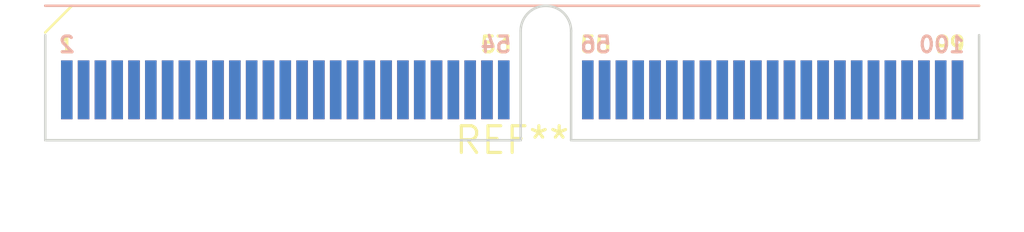
<source format=kicad_pcb>
(kicad_pcb (version 20240108) (generator pcbnew)
  (layers (0 "F.Cu" signal) (31 "B.Cu" signal) (34 "B.Paste" user) (35 "F.Paste" user) (36 "B.SilkS" user "B.Silkscreen") (37 "F.SilkS" user "F.Silkscreen") (38 "B.Mask" user) (39 "F.Mask" user) (44 "Edge.Cuts" user))
  (net 0 "")
  (footprint "Samtec_HSEC8-150-X-X-DV_2x50_P0.8mm_Edge" (layer "F.Cu") (at 0 0)
    (property "Reference" "REF**")
    (property "Value" "Samtec_HSEC8-150-X-X-DV_2x50_P0.8mm_Edge")
    (fp_line (start -22.225 -6.4) (end -22.225 -6.4) (layer "B.SilkS") (stroke (width 0.12)))
    (fp_line (start -22.225 -6.4) (end 22.225 -6.4) (layer "B.SilkS") (stroke (width 0.12)))
    (fp_line (start -22.225 -5.13) (end -20.955 -6.4) (layer "F.SilkS") (stroke (width 0.12)))
    (fp_line (start -20.955 -6.4) (end 22.225 -6.4) (layer "F.SilkS") (stroke (width 0.12)))
    (fp_line (start -22.225 -5) (end -22.225 0) (layer "Edge.Cuts") (stroke (width 0.12)))
    (fp_line (start -22.225 0) (end 0.405 0) (layer "Edge.Cuts") (stroke (width 0.12)))
    (fp_line (start 0.405 0) (end 0.405 -5.2) (layer "Edge.Cuts") (stroke (width 0.12)))
    (fp_line (start 2.805 -5.2) (end 2.805 0) (layer "Edge.Cuts") (stroke (width 0.12)))
    (fp_line (start 2.805 0) (end 22.225 0) (layer "Edge.Cuts") (stroke (width 0.12)))
    (fp_line (start 22.225 0) (end 22.225 -5) (layer "Edge.Cuts") (stroke (width 0.12)))
    (fp_arc (start 0.405 -5.2) (mid 1.605 -6.4) (end 2.805 -5.2) (layer "Edge.Cuts") (stroke (width 0.12)))
    (fp_text user "56" (at 3.975 -4.55 0) (layer "B.SilkS") (effects (font (size 0.75 0.75)) (justify mirror)))
    (fp_text user "100" (at 20.45 -4.55 0) (layer "B.SilkS") (effects (font (size 0.75 0.75)) (justify mirror)))
    (fp_text user "54" (at -0.775 -4.55 0) (layer "B.SilkS") (effects (font (size 0.75 0.75)) (justify mirror)))
    (fp_text user "2" (at -21.2 -4.55 0) (layer "B.SilkS") (effects (font (size 0.75 0.75)) (justify mirror)))
    (fp_text user "99" (at 20.825 -4.55 0) (layer "F.SilkS") (effects (font (size 0.75 0.75))))
    (fp_text user "1" (at -21.2 -4.55 0) (layer "F.SilkS") (effects (font (size 0.75 0.75))))
    (fp_text user "55" (at 3.975 -4.55 0) (layer "F.SilkS") (effects (font (size 0.75 0.75))))
    (fp_text user "53" (at -0.775 -4.55 0) (layer "F.SilkS") (effects (font (size 0.75 0.75))))
    (pad "1" connect rect (at -21.2 -2.4) (size 0.55 2.8) (layers "F.Cu" "F.Mask"))
    (pad "2" connect rect (at -21.2 -2.4) (size 0.55 2.8) (layers "B.Cu" "B.Mask"))
    (pad "3" connect rect (at -20.4 -2.4) (size 0.55 2.8) (layers "F.Cu" "F.Mask"))
    (pad "4" connect rect (at -20.4 -2.4) (size 0.55 2.8) (layers "B.Cu" "B.Mask"))
    (pad "5" connect rect (at -19.6 -2.4) (size 0.55 2.8) (layers "F.Cu" "F.Mask"))
    (pad "6" connect rect (at -19.6 -2.4) (size 0.55 2.8) (layers "B.Cu" "B.Mask"))
    (pad "7" connect rect (at -18.8 -2.4) (size 0.55 2.8) (layers "F.Cu" "F.Mask"))
    (pad "8" connect rect (at -18.8 -2.4) (size 0.55 2.8) (layers "B.Cu" "B.Mask"))
    (pad "9" connect rect (at -18 -2.4) (size 0.55 2.8) (layers "F.Cu" "F.Mask"))
    (pad "10" connect rect (at -18 -2.4) (size 0.55 2.8) (layers "B.Cu" "B.Mask"))
    (pad "11" connect rect (at -17.2 -2.4) (size 0.55 2.8) (layers "F.Cu" "F.Mask"))
    (pad "12" connect rect (at -17.2 -2.4) (size 0.55 2.8) (layers "B.Cu" "B.Mask"))
    (pad "13" connect rect (at -16.4 -2.4) (size 0.55 2.8) (layers "F.Cu" "F.Mask"))
    (pad "14" connect rect (at -16.4 -2.4) (size 0.55 2.8) (layers "B.Cu" "B.Mask"))
    (pad "15" connect rect (at -15.6 -2.4) (size 0.55 2.8) (layers "F.Cu" "F.Mask"))
    (pad "16" connect rect (at -15.6 -2.4) (size 0.55 2.8) (layers "B.Cu" "B.Mask"))
    (pad "17" connect rect (at -14.8 -2.4) (size 0.55 2.8) (layers "F.Cu" "F.Mask"))
    (pad "18" connect rect (at -14.8 -2.4) (size 0.55 2.8) (layers "B.Cu" "B.Mask"))
    (pad "19" connect rect (at -14 -2.4) (size 0.55 2.8) (layers "F.Cu" "F.Mask"))
    (pad "20" connect rect (at -14 -2.4) (size 0.55 2.8) (layers "B.Cu" "B.Mask"))
    (pad "21" connect rect (at -13.2 -2.4) (size 0.55 2.8) (layers "F.Cu" "F.Mask"))
    (pad "22" connect rect (at -13.2 -2.4) (size 0.55 2.8) (layers "B.Cu" "B.Mask"))
    (pad "23" connect rect (at -12.4 -2.4) (size 0.55 2.8) (layers "F.Cu" "F.Mask"))
    (pad "24" connect rect (at -12.4 -2.4) (size 0.55 2.8) (layers "B.Cu" "B.Mask"))
    (pad "25" connect rect (at -11.6 -2.4) (size 0.55 2.8) (layers "F.Cu" "F.Mask"))
    (pad "26" connect rect (at -11.6 -2.4) (size 0.55 2.8) (layers "B.Cu" "B.Mask"))
    (pad "27" connect rect (at -10.8 -2.4) (size 0.55 2.8) (layers "F.Cu" "F.Mask"))
    (pad "28" connect rect (at -10.8 -2.4) (size 0.55 2.8) (layers "B.Cu" "B.Mask"))
    (pad "29" connect rect (at -10 -2.4) (size 0.55 2.8) (layers "F.Cu" "F.Mask"))
    (pad "30" connect rect (at -10 -2.4) (size 0.55 2.8) (layers "B.Cu" "B.Mask"))
    (pad "31" connect rect (at -9.2 -2.4) (size 0.55 2.8) (layers "F.Cu" "F.Mask"))
    (pad "32" connect rect (at -9.2 -2.4) (size 0.55 2.8) (layers "B.Cu" "B.Mask"))
    (pad "33" connect rect (at -8.4 -2.4) (size 0.55 2.8) (layers "F.Cu" "F.Mask"))
    (pad "34" connect rect (at -8.4 -2.4) (size 0.55 2.8) (layers "B.Cu" "B.Mask"))
    (pad "35" connect rect (at -7.6 -2.4) (size 0.55 2.8) (layers "F.Cu" "F.Mask"))
    (pad "36" connect rect (at -7.6 -2.4) (size 0.55 2.8) (layers "B.Cu" "B.Mask"))
    (pad "37" connect rect (at -6.8 -2.4) (size 0.55 2.8) (layers "F.Cu" "F.Mask"))
    (pad "38" connect rect (at -6.8 -2.4) (size 0.55 2.8) (layers "B.Cu" "B.Mask"))
    (pad "39" connect rect (at -6 -2.4) (size 0.55 2.8) (layers "F.Cu" "F.Mask"))
    (pad "40" connect rect (at -6 -2.4) (size 0.55 2.8) (layers "B.Cu" "B.Mask"))
    (pad "41" connect rect (at -5.2 -2.4) (size 0.55 2.8) (layers "F.Cu" "F.Mask"))
    (pad "42" connect rect (at -5.2 -2.4) (size 0.55 2.8) (layers "B.Cu" "B.Mask"))
    (pad "43" connect rect (at -4.4 -2.4) (size 0.55 2.8) (layers "F.Cu" "F.Mask"))
    (pad "44" connect rect (at -4.4 -2.4) (size 0.55 2.8) (layers "B.Cu" "B.Mask"))
    (pad "45" connect rect (at -3.6 -2.4) (size 0.55 2.8) (layers "F.Cu" "F.Mask"))
    (pad "46" connect rect (at -3.6 -2.4) (size 0.55 2.8) (layers "B.Cu" "B.Mask"))
    (pad "47" connect rect (at -2.8 -2.4) (size 0.55 2.8) (layers "F.Cu" "F.Mask"))
    (pad "48" connect rect (at -2.8 -2.4) (size 0.55 2.8) (layers "B.Cu" "B.Mask"))
    (pad "49" connect rect (at -2 -2.4) (size 0.55 2.8) (layers "F.Cu" "F.Mask"))
    (pad "50" connect rect (at -2 -2.4) (size 0.55 2.8) (layers "B.Cu" "B.Mask"))
    (pad "51" connect rect (at -1.2 -2.4) (size 0.55 2.8) (layers "F.Cu" "F.Mask"))
    (pad "52" connect rect (at -1.2 -2.4) (size 0.55 2.8) (layers "B.Cu" "B.Mask"))
    (pad "53" connect rect (at -0.4 -2.4) (size 0.55 2.8) (layers "F.Cu" "F.Mask"))
    (pad "54" connect rect (at -0.4 -2.4) (size 0.55 2.8) (layers "B.Cu" "B.Mask"))
    (pad "55" connect rect (at 3.6 -2.4) (size 0.55 2.8) (layers "F.Cu" "F.Mask"))
    (pad "56" connect rect (at 3.6 -2.4) (size 0.55 2.8) (layers "B.Cu" "B.Mask"))
    (pad "57" connect rect (at 4.4 -2.4) (size 0.55 2.8) (layers "F.Cu" "F.Mask"))
    (pad "58" connect rect (at 4.4 -2.4) (size 0.55 2.8) (layers "B.Cu" "B.Mask"))
    (pad "59" connect rect (at 5.2 -2.4) (size 0.55 2.8) (layers "F.Cu" "F.Mask"))
    (pad "60" connect rect (at 5.2 -2.4) (size 0.55 2.8) (layers "B.Cu" "B.Mask"))
    (pad "61" connect rect (at 6 -2.4) (size 0.55 2.8) (layers "F.Cu" "F.Mask"))
    (pad "62" connect rect (at 6 -2.4) (size 0.55 2.8) (layers "B.Cu" "B.Mask"))
    (pad "63" connect rect (at 6.8 -2.4) (size 0.55 2.8) (layers "F.Cu" "F.Mask"))
    (pad "64" connect rect (at 6.8 -2.4) (size 0.55 2.8) (layers "B.Cu" "B.Mask"))
    (pad "65" connect rect (at 7.6 -2.4) (size 0.55 2.8) (layers "F.Cu" "F.Mask"))
    (pad "66" connect rect (at 7.6 -2.4) (size 0.55 2.8) (layers "B.Cu" "B.Mask"))
    (pad "67" connect rect (at 8.4 -2.4) (size 0.55 2.8) (layers "F.Cu" "F.Mask"))
    (pad "68" connect rect (at 8.4 -2.4) (size 0.55 2.8) (layers "B.Cu" "B.Mask"))
    (pad "69" connect rect (at 9.2 -2.4) (size 0.55 2.8) (layers "F.Cu" "F.Mask"))
    (pad "70" connect rect (at 9.2 -2.4) (size 0.55 2.8) (layers "B.Cu" "B.Mask"))
    (pad "71" connect rect (at 10 -2.4) (size 0.55 2.8) (layers "F.Cu" "F.Mask"))
    (pad "72" connect rect (at 10 -2.4) (size 0.55 2.8) (layers "B.Cu" "B.Mask"))
    (pad "73" connect rect (at 10.8 -2.4) (size 0.55 2.8) (layers "F.Cu" "F.Mask"))
    (pad "74" connect rect (at 10.8 -2.4) (size 0.55 2.8) (layers "B.Cu" "B.Mask"))
    (pad "75" connect rect (at 11.6 -2.4) (size 0.55 2.8) (layers "F.Cu" "F.Mask"))
    (pad "76" connect rect (at 11.6 -2.4) (size 0.55 2.8) (layers "B.Cu" "B.Mask"))
    (pad "77" connect rect (at 12.4 -2.4) (size 0.55 2.8) (layers "F.Cu" "F.Mask"))
    (pad "78" connect rect (at 12.4 -2.4) (size 0.55 2.8) (layers "B.Cu" "B.Mask"))
    (pad "79" connect rect (at 13.2 -2.4) (size 0.55 2.8) (layers "F.Cu" "F.Mask"))
    (pad "80" connect rect (at 13.2 -2.4) (size 0.55 2.8) (layers "B.Cu" "B.Mask"))
    (pad "81" connect rect (at 14 -2.4) (size 0.55 2.8) (layers "F.Cu" "F.Mask"))
    (pad "82" connect rect (at 14 -2.4) (size 0.55 2.8) (layers "B.Cu" "B.Mask"))
    (pad "83" connect rect (at 14.8 -2.4) (size 0.55 2.8) (layers "F.Cu" "F.Mask"))
    (pad "84" connect rect (at 14.8 -2.4) (size 0.55 2.8) (layers "B.Cu" "B.Mask"))
    (pad "85" connect rect (at 15.6 -2.4) (size 0.55 2.8) (layers "F.Cu" "F.Mask"))
    (pad "86" connect rect (at 15.6 -2.4) (size 0.55 2.8) (layers "B.Cu" "B.Mask"))
    (pad "87" connect rect (at 16.4 -2.4) (size 0.55 2.8) (layers "F.Cu" "F.Mask"))
    (pad "88" connect rect (at 16.4 -2.4) (size 0.55 2.8) (layers "B.Cu" "B.Mask"))
    (pad "89" connect rect (at 17.2 -2.4) (size 0.55 2.8) (layers "F.Cu" "F.Mask"))
    (pad "90" connect rect (at 17.2 -2.4) (size 0.55 2.8) (layers "B.Cu" "B.Mask"))
    (pad "91" connect rect (at 18 -2.4) (size 0.55 2.8) (layers "F.Cu" "F.Mask"))
    (pad "92" connect rect (at 18 -2.4) (size 0.55 2.8) (layers "B.Cu" "B.Mask"))
    (pad "93" connect rect (at 18.8 -2.4) (size 0.55 2.8) (layers "F.Cu" "F.Mask"))
    (pad "94" connect rect (at 18.8 -2.4) (size 0.55 2.8) (layers "B.Cu" "B.Mask"))
    (pad "95" connect rect (at 19.6 -2.4) (size 0.55 2.8) (layers "F.Cu" "F.Mask"))
    (pad "96" connect rect (at 19.6 -2.4) (size 0.55 2.8) (layers "B.Cu" "B.Mask"))
    (pad "97" connect rect (at 20.4 -2.4) (size 0.55 2.8) (layers "F.Cu" "F.Mask"))
    (pad "98" connect rect (at 20.4 -2.4) (size 0.55 2.8) (layers "B.Cu" "B.Mask"))
    (pad "99" connect rect (at 21.2 -2.4) (size 0.55 2.8) (layers "F.Cu" "F.Mask"))
    (pad "100" connect rect (at 21.2 -2.4) (size 0.55 2.8) (layers "B.Cu" "B.Mask"))
  )
)
</source>
